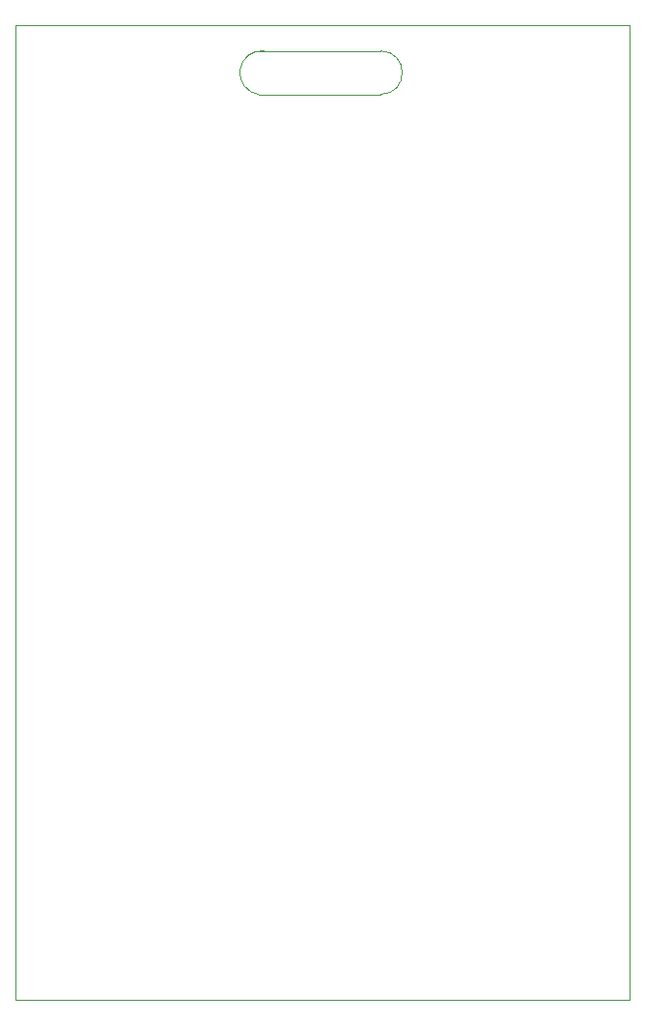
<source format=gm1>
%TF.GenerationSoftware,KiCad,Pcbnew,(5.1.6)-1*%
%TF.CreationDate,2020-09-04T19:50:29+05:30*%
%TF.ProjectId,555_badge,3535355f-6261-4646-9765-2e6b69636164,v01*%
%TF.SameCoordinates,Original*%
%TF.FileFunction,Profile,NP*%
%FSLAX46Y46*%
G04 Gerber Fmt 4.6, Leading zero omitted, Abs format (unit mm)*
G04 Created by KiCad (PCBNEW (5.1.6)-1) date 2020-09-04 19:50:29*
%MOMM*%
%LPD*%
G01*
G04 APERTURE LIST*
%TA.AperFunction,Profile*%
%ADD10C,0.025400*%
%TD*%
%TA.AperFunction,Profile*%
%ADD11C,0.050000*%
%TD*%
G04 APERTURE END LIST*
D10*
X148336000Y-43942000D02*
X149098000Y-43942000D01*
X148336000Y-47752000D02*
X148844000Y-47752000D01*
X127254000Y-41656000D02*
X127000000Y-41656000D01*
D11*
X159004000Y-47752000D02*
G75*
G03*
X159004000Y-43942000I0J1905000D01*
G01*
D10*
X148336000Y-47752000D02*
G75*
G02*
X148844000Y-43942000I254000J1905000D01*
G01*
X148844000Y-47752000D02*
X159004000Y-47752000D01*
X148590000Y-43942000D02*
X159004000Y-43942000D01*
X180848000Y-127000000D02*
X127000000Y-127000000D01*
X180848000Y-41656000D02*
X180848000Y-127000000D01*
X127254000Y-41656000D02*
X180848000Y-41656000D01*
X127000000Y-127000000D02*
X127000000Y-41656000D01*
M02*

</source>
